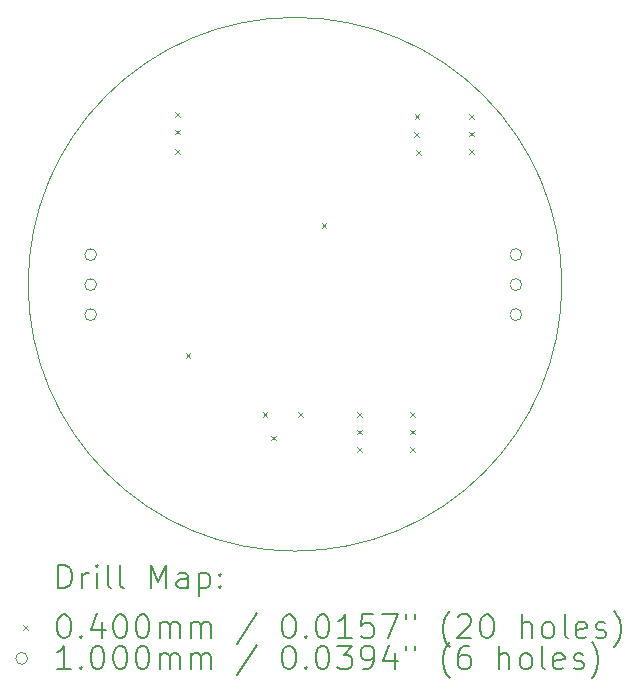
<source format=gbr>
%TF.GenerationSoftware,KiCad,Pcbnew,7.0.8*%
%TF.CreationDate,2023-12-04T02:10:05-07:00*%
%TF.ProjectId,Lit,4c69742e-6b69-4636-9164-5f7063625858,rev?*%
%TF.SameCoordinates,Original*%
%TF.FileFunction,Drillmap*%
%TF.FilePolarity,Positive*%
%FSLAX45Y45*%
G04 Gerber Fmt 4.5, Leading zero omitted, Abs format (unit mm)*
G04 Created by KiCad (PCBNEW 7.0.8) date 2023-12-04 02:10:05*
%MOMM*%
%LPD*%
G01*
G04 APERTURE LIST*
%ADD10C,0.100000*%
%ADD11C,0.200000*%
%ADD12C,0.040000*%
G04 APERTURE END LIST*
D10*
X15989348Y-9398000D02*
G75*
G03*
X15989348Y-9398000I-2259193J0D01*
G01*
D11*
D12*
X12712500Y-7940000D02*
X12752500Y-7980000D01*
X12752500Y-7940000D02*
X12712500Y-7980000D01*
X12712500Y-8090000D02*
X12752500Y-8130000D01*
X12752500Y-8090000D02*
X12712500Y-8130000D01*
X12712500Y-8255000D02*
X12752500Y-8295000D01*
X12752500Y-8255000D02*
X12712500Y-8295000D01*
X12805000Y-9980000D02*
X12845000Y-10020000D01*
X12845000Y-9980000D02*
X12805000Y-10020000D01*
X13455000Y-10480000D02*
X13495000Y-10520000D01*
X13495000Y-10480000D02*
X13455000Y-10520000D01*
X13530000Y-10680000D02*
X13570000Y-10720000D01*
X13570000Y-10680000D02*
X13530000Y-10720000D01*
X13755000Y-10480000D02*
X13795000Y-10520000D01*
X13795000Y-10480000D02*
X13755000Y-10520000D01*
X13955000Y-8880000D02*
X13995000Y-8920000D01*
X13995000Y-8880000D02*
X13955000Y-8920000D01*
X14255000Y-10480000D02*
X14295000Y-10520000D01*
X14295000Y-10480000D02*
X14255000Y-10520000D01*
X14255000Y-10630000D02*
X14295000Y-10670000D01*
X14295000Y-10630000D02*
X14255000Y-10670000D01*
X14255000Y-10780000D02*
X14295000Y-10820000D01*
X14295000Y-10780000D02*
X14255000Y-10820000D01*
X14705000Y-10480000D02*
X14745000Y-10520000D01*
X14745000Y-10480000D02*
X14705000Y-10520000D01*
X14705000Y-10630000D02*
X14745000Y-10670000D01*
X14745000Y-10630000D02*
X14705000Y-10670000D01*
X14705000Y-10780000D02*
X14745000Y-10820000D01*
X14745000Y-10780000D02*
X14705000Y-10820000D01*
X14737500Y-8112500D02*
X14777500Y-8152500D01*
X14777500Y-8112500D02*
X14737500Y-8152500D01*
X14742500Y-7957500D02*
X14782500Y-7997500D01*
X14782500Y-7957500D02*
X14742500Y-7997500D01*
X14757500Y-8265000D02*
X14797500Y-8305000D01*
X14797500Y-8265000D02*
X14757500Y-8305000D01*
X15205000Y-7955000D02*
X15245000Y-7995000D01*
X15245000Y-7955000D02*
X15205000Y-7995000D01*
X15205000Y-8105000D02*
X15245000Y-8145000D01*
X15245000Y-8105000D02*
X15205000Y-8145000D01*
X15205000Y-8255000D02*
X15245000Y-8295000D01*
X15245000Y-8255000D02*
X15205000Y-8295000D01*
D10*
X12050000Y-9147500D02*
G75*
G03*
X12050000Y-9147500I-50000J0D01*
G01*
X12050000Y-9401500D02*
G75*
G03*
X12050000Y-9401500I-50000J0D01*
G01*
X12050000Y-9655500D02*
G75*
G03*
X12050000Y-9655500I-50000J0D01*
G01*
X15650000Y-9147500D02*
G75*
G03*
X15650000Y-9147500I-50000J0D01*
G01*
X15650000Y-9401500D02*
G75*
G03*
X15650000Y-9401500I-50000J0D01*
G01*
X15650000Y-9655500D02*
G75*
G03*
X15650000Y-9655500I-50000J0D01*
G01*
D11*
X11726738Y-11973677D02*
X11726738Y-11773677D01*
X11726738Y-11773677D02*
X11774357Y-11773677D01*
X11774357Y-11773677D02*
X11802929Y-11783201D01*
X11802929Y-11783201D02*
X11821977Y-11802248D01*
X11821977Y-11802248D02*
X11831500Y-11821296D01*
X11831500Y-11821296D02*
X11841024Y-11859391D01*
X11841024Y-11859391D02*
X11841024Y-11887963D01*
X11841024Y-11887963D02*
X11831500Y-11926058D01*
X11831500Y-11926058D02*
X11821977Y-11945106D01*
X11821977Y-11945106D02*
X11802929Y-11964153D01*
X11802929Y-11964153D02*
X11774357Y-11973677D01*
X11774357Y-11973677D02*
X11726738Y-11973677D01*
X11926738Y-11973677D02*
X11926738Y-11840344D01*
X11926738Y-11878439D02*
X11936262Y-11859391D01*
X11936262Y-11859391D02*
X11945786Y-11849867D01*
X11945786Y-11849867D02*
X11964834Y-11840344D01*
X11964834Y-11840344D02*
X11983881Y-11840344D01*
X12050548Y-11973677D02*
X12050548Y-11840344D01*
X12050548Y-11773677D02*
X12041024Y-11783201D01*
X12041024Y-11783201D02*
X12050548Y-11792725D01*
X12050548Y-11792725D02*
X12060072Y-11783201D01*
X12060072Y-11783201D02*
X12050548Y-11773677D01*
X12050548Y-11773677D02*
X12050548Y-11792725D01*
X12174357Y-11973677D02*
X12155310Y-11964153D01*
X12155310Y-11964153D02*
X12145786Y-11945106D01*
X12145786Y-11945106D02*
X12145786Y-11773677D01*
X12279119Y-11973677D02*
X12260072Y-11964153D01*
X12260072Y-11964153D02*
X12250548Y-11945106D01*
X12250548Y-11945106D02*
X12250548Y-11773677D01*
X12507691Y-11973677D02*
X12507691Y-11773677D01*
X12507691Y-11773677D02*
X12574358Y-11916534D01*
X12574358Y-11916534D02*
X12641024Y-11773677D01*
X12641024Y-11773677D02*
X12641024Y-11973677D01*
X12821977Y-11973677D02*
X12821977Y-11868915D01*
X12821977Y-11868915D02*
X12812453Y-11849867D01*
X12812453Y-11849867D02*
X12793405Y-11840344D01*
X12793405Y-11840344D02*
X12755310Y-11840344D01*
X12755310Y-11840344D02*
X12736262Y-11849867D01*
X12821977Y-11964153D02*
X12802929Y-11973677D01*
X12802929Y-11973677D02*
X12755310Y-11973677D01*
X12755310Y-11973677D02*
X12736262Y-11964153D01*
X12736262Y-11964153D02*
X12726738Y-11945106D01*
X12726738Y-11945106D02*
X12726738Y-11926058D01*
X12726738Y-11926058D02*
X12736262Y-11907010D01*
X12736262Y-11907010D02*
X12755310Y-11897487D01*
X12755310Y-11897487D02*
X12802929Y-11897487D01*
X12802929Y-11897487D02*
X12821977Y-11887963D01*
X12917215Y-11840344D02*
X12917215Y-12040344D01*
X12917215Y-11849867D02*
X12936262Y-11840344D01*
X12936262Y-11840344D02*
X12974358Y-11840344D01*
X12974358Y-11840344D02*
X12993405Y-11849867D01*
X12993405Y-11849867D02*
X13002929Y-11859391D01*
X13002929Y-11859391D02*
X13012453Y-11878439D01*
X13012453Y-11878439D02*
X13012453Y-11935582D01*
X13012453Y-11935582D02*
X13002929Y-11954629D01*
X13002929Y-11954629D02*
X12993405Y-11964153D01*
X12993405Y-11964153D02*
X12974358Y-11973677D01*
X12974358Y-11973677D02*
X12936262Y-11973677D01*
X12936262Y-11973677D02*
X12917215Y-11964153D01*
X13098167Y-11954629D02*
X13107691Y-11964153D01*
X13107691Y-11964153D02*
X13098167Y-11973677D01*
X13098167Y-11973677D02*
X13088643Y-11964153D01*
X13088643Y-11964153D02*
X13098167Y-11954629D01*
X13098167Y-11954629D02*
X13098167Y-11973677D01*
X13098167Y-11849867D02*
X13107691Y-11859391D01*
X13107691Y-11859391D02*
X13098167Y-11868915D01*
X13098167Y-11868915D02*
X13088643Y-11859391D01*
X13088643Y-11859391D02*
X13098167Y-11849867D01*
X13098167Y-11849867D02*
X13098167Y-11868915D01*
D12*
X11425962Y-12282193D02*
X11465962Y-12322193D01*
X11465962Y-12282193D02*
X11425962Y-12322193D01*
D11*
X11764834Y-12193677D02*
X11783881Y-12193677D01*
X11783881Y-12193677D02*
X11802929Y-12203201D01*
X11802929Y-12203201D02*
X11812453Y-12212725D01*
X11812453Y-12212725D02*
X11821977Y-12231772D01*
X11821977Y-12231772D02*
X11831500Y-12269867D01*
X11831500Y-12269867D02*
X11831500Y-12317487D01*
X11831500Y-12317487D02*
X11821977Y-12355582D01*
X11821977Y-12355582D02*
X11812453Y-12374629D01*
X11812453Y-12374629D02*
X11802929Y-12384153D01*
X11802929Y-12384153D02*
X11783881Y-12393677D01*
X11783881Y-12393677D02*
X11764834Y-12393677D01*
X11764834Y-12393677D02*
X11745786Y-12384153D01*
X11745786Y-12384153D02*
X11736262Y-12374629D01*
X11736262Y-12374629D02*
X11726738Y-12355582D01*
X11726738Y-12355582D02*
X11717215Y-12317487D01*
X11717215Y-12317487D02*
X11717215Y-12269867D01*
X11717215Y-12269867D02*
X11726738Y-12231772D01*
X11726738Y-12231772D02*
X11736262Y-12212725D01*
X11736262Y-12212725D02*
X11745786Y-12203201D01*
X11745786Y-12203201D02*
X11764834Y-12193677D01*
X11917215Y-12374629D02*
X11926738Y-12384153D01*
X11926738Y-12384153D02*
X11917215Y-12393677D01*
X11917215Y-12393677D02*
X11907691Y-12384153D01*
X11907691Y-12384153D02*
X11917215Y-12374629D01*
X11917215Y-12374629D02*
X11917215Y-12393677D01*
X12098167Y-12260344D02*
X12098167Y-12393677D01*
X12050548Y-12184153D02*
X12002929Y-12327010D01*
X12002929Y-12327010D02*
X12126738Y-12327010D01*
X12241024Y-12193677D02*
X12260072Y-12193677D01*
X12260072Y-12193677D02*
X12279119Y-12203201D01*
X12279119Y-12203201D02*
X12288643Y-12212725D01*
X12288643Y-12212725D02*
X12298167Y-12231772D01*
X12298167Y-12231772D02*
X12307691Y-12269867D01*
X12307691Y-12269867D02*
X12307691Y-12317487D01*
X12307691Y-12317487D02*
X12298167Y-12355582D01*
X12298167Y-12355582D02*
X12288643Y-12374629D01*
X12288643Y-12374629D02*
X12279119Y-12384153D01*
X12279119Y-12384153D02*
X12260072Y-12393677D01*
X12260072Y-12393677D02*
X12241024Y-12393677D01*
X12241024Y-12393677D02*
X12221977Y-12384153D01*
X12221977Y-12384153D02*
X12212453Y-12374629D01*
X12212453Y-12374629D02*
X12202929Y-12355582D01*
X12202929Y-12355582D02*
X12193405Y-12317487D01*
X12193405Y-12317487D02*
X12193405Y-12269867D01*
X12193405Y-12269867D02*
X12202929Y-12231772D01*
X12202929Y-12231772D02*
X12212453Y-12212725D01*
X12212453Y-12212725D02*
X12221977Y-12203201D01*
X12221977Y-12203201D02*
X12241024Y-12193677D01*
X12431500Y-12193677D02*
X12450548Y-12193677D01*
X12450548Y-12193677D02*
X12469596Y-12203201D01*
X12469596Y-12203201D02*
X12479119Y-12212725D01*
X12479119Y-12212725D02*
X12488643Y-12231772D01*
X12488643Y-12231772D02*
X12498167Y-12269867D01*
X12498167Y-12269867D02*
X12498167Y-12317487D01*
X12498167Y-12317487D02*
X12488643Y-12355582D01*
X12488643Y-12355582D02*
X12479119Y-12374629D01*
X12479119Y-12374629D02*
X12469596Y-12384153D01*
X12469596Y-12384153D02*
X12450548Y-12393677D01*
X12450548Y-12393677D02*
X12431500Y-12393677D01*
X12431500Y-12393677D02*
X12412453Y-12384153D01*
X12412453Y-12384153D02*
X12402929Y-12374629D01*
X12402929Y-12374629D02*
X12393405Y-12355582D01*
X12393405Y-12355582D02*
X12383881Y-12317487D01*
X12383881Y-12317487D02*
X12383881Y-12269867D01*
X12383881Y-12269867D02*
X12393405Y-12231772D01*
X12393405Y-12231772D02*
X12402929Y-12212725D01*
X12402929Y-12212725D02*
X12412453Y-12203201D01*
X12412453Y-12203201D02*
X12431500Y-12193677D01*
X12583881Y-12393677D02*
X12583881Y-12260344D01*
X12583881Y-12279391D02*
X12593405Y-12269867D01*
X12593405Y-12269867D02*
X12612453Y-12260344D01*
X12612453Y-12260344D02*
X12641024Y-12260344D01*
X12641024Y-12260344D02*
X12660072Y-12269867D01*
X12660072Y-12269867D02*
X12669596Y-12288915D01*
X12669596Y-12288915D02*
X12669596Y-12393677D01*
X12669596Y-12288915D02*
X12679119Y-12269867D01*
X12679119Y-12269867D02*
X12698167Y-12260344D01*
X12698167Y-12260344D02*
X12726738Y-12260344D01*
X12726738Y-12260344D02*
X12745786Y-12269867D01*
X12745786Y-12269867D02*
X12755310Y-12288915D01*
X12755310Y-12288915D02*
X12755310Y-12393677D01*
X12850548Y-12393677D02*
X12850548Y-12260344D01*
X12850548Y-12279391D02*
X12860072Y-12269867D01*
X12860072Y-12269867D02*
X12879119Y-12260344D01*
X12879119Y-12260344D02*
X12907691Y-12260344D01*
X12907691Y-12260344D02*
X12926739Y-12269867D01*
X12926739Y-12269867D02*
X12936262Y-12288915D01*
X12936262Y-12288915D02*
X12936262Y-12393677D01*
X12936262Y-12288915D02*
X12945786Y-12269867D01*
X12945786Y-12269867D02*
X12964834Y-12260344D01*
X12964834Y-12260344D02*
X12993405Y-12260344D01*
X12993405Y-12260344D02*
X13012453Y-12269867D01*
X13012453Y-12269867D02*
X13021977Y-12288915D01*
X13021977Y-12288915D02*
X13021977Y-12393677D01*
X13412453Y-12184153D02*
X13241024Y-12441296D01*
X13669596Y-12193677D02*
X13688643Y-12193677D01*
X13688643Y-12193677D02*
X13707691Y-12203201D01*
X13707691Y-12203201D02*
X13717215Y-12212725D01*
X13717215Y-12212725D02*
X13726739Y-12231772D01*
X13726739Y-12231772D02*
X13736262Y-12269867D01*
X13736262Y-12269867D02*
X13736262Y-12317487D01*
X13736262Y-12317487D02*
X13726739Y-12355582D01*
X13726739Y-12355582D02*
X13717215Y-12374629D01*
X13717215Y-12374629D02*
X13707691Y-12384153D01*
X13707691Y-12384153D02*
X13688643Y-12393677D01*
X13688643Y-12393677D02*
X13669596Y-12393677D01*
X13669596Y-12393677D02*
X13650548Y-12384153D01*
X13650548Y-12384153D02*
X13641024Y-12374629D01*
X13641024Y-12374629D02*
X13631501Y-12355582D01*
X13631501Y-12355582D02*
X13621977Y-12317487D01*
X13621977Y-12317487D02*
X13621977Y-12269867D01*
X13621977Y-12269867D02*
X13631501Y-12231772D01*
X13631501Y-12231772D02*
X13641024Y-12212725D01*
X13641024Y-12212725D02*
X13650548Y-12203201D01*
X13650548Y-12203201D02*
X13669596Y-12193677D01*
X13821977Y-12374629D02*
X13831501Y-12384153D01*
X13831501Y-12384153D02*
X13821977Y-12393677D01*
X13821977Y-12393677D02*
X13812453Y-12384153D01*
X13812453Y-12384153D02*
X13821977Y-12374629D01*
X13821977Y-12374629D02*
X13821977Y-12393677D01*
X13955310Y-12193677D02*
X13974358Y-12193677D01*
X13974358Y-12193677D02*
X13993405Y-12203201D01*
X13993405Y-12203201D02*
X14002929Y-12212725D01*
X14002929Y-12212725D02*
X14012453Y-12231772D01*
X14012453Y-12231772D02*
X14021977Y-12269867D01*
X14021977Y-12269867D02*
X14021977Y-12317487D01*
X14021977Y-12317487D02*
X14012453Y-12355582D01*
X14012453Y-12355582D02*
X14002929Y-12374629D01*
X14002929Y-12374629D02*
X13993405Y-12384153D01*
X13993405Y-12384153D02*
X13974358Y-12393677D01*
X13974358Y-12393677D02*
X13955310Y-12393677D01*
X13955310Y-12393677D02*
X13936262Y-12384153D01*
X13936262Y-12384153D02*
X13926739Y-12374629D01*
X13926739Y-12374629D02*
X13917215Y-12355582D01*
X13917215Y-12355582D02*
X13907691Y-12317487D01*
X13907691Y-12317487D02*
X13907691Y-12269867D01*
X13907691Y-12269867D02*
X13917215Y-12231772D01*
X13917215Y-12231772D02*
X13926739Y-12212725D01*
X13926739Y-12212725D02*
X13936262Y-12203201D01*
X13936262Y-12203201D02*
X13955310Y-12193677D01*
X14212453Y-12393677D02*
X14098167Y-12393677D01*
X14155310Y-12393677D02*
X14155310Y-12193677D01*
X14155310Y-12193677D02*
X14136262Y-12222248D01*
X14136262Y-12222248D02*
X14117215Y-12241296D01*
X14117215Y-12241296D02*
X14098167Y-12250820D01*
X14393405Y-12193677D02*
X14298167Y-12193677D01*
X14298167Y-12193677D02*
X14288643Y-12288915D01*
X14288643Y-12288915D02*
X14298167Y-12279391D01*
X14298167Y-12279391D02*
X14317215Y-12269867D01*
X14317215Y-12269867D02*
X14364834Y-12269867D01*
X14364834Y-12269867D02*
X14383882Y-12279391D01*
X14383882Y-12279391D02*
X14393405Y-12288915D01*
X14393405Y-12288915D02*
X14402929Y-12307963D01*
X14402929Y-12307963D02*
X14402929Y-12355582D01*
X14402929Y-12355582D02*
X14393405Y-12374629D01*
X14393405Y-12374629D02*
X14383882Y-12384153D01*
X14383882Y-12384153D02*
X14364834Y-12393677D01*
X14364834Y-12393677D02*
X14317215Y-12393677D01*
X14317215Y-12393677D02*
X14298167Y-12384153D01*
X14298167Y-12384153D02*
X14288643Y-12374629D01*
X14469596Y-12193677D02*
X14602929Y-12193677D01*
X14602929Y-12193677D02*
X14517215Y-12393677D01*
X14669596Y-12193677D02*
X14669596Y-12231772D01*
X14745786Y-12193677D02*
X14745786Y-12231772D01*
X15041025Y-12469867D02*
X15031501Y-12460344D01*
X15031501Y-12460344D02*
X15012453Y-12431772D01*
X15012453Y-12431772D02*
X15002929Y-12412725D01*
X15002929Y-12412725D02*
X14993405Y-12384153D01*
X14993405Y-12384153D02*
X14983882Y-12336534D01*
X14983882Y-12336534D02*
X14983882Y-12298439D01*
X14983882Y-12298439D02*
X14993405Y-12250820D01*
X14993405Y-12250820D02*
X15002929Y-12222248D01*
X15002929Y-12222248D02*
X15012453Y-12203201D01*
X15012453Y-12203201D02*
X15031501Y-12174629D01*
X15031501Y-12174629D02*
X15041025Y-12165106D01*
X15107691Y-12212725D02*
X15117215Y-12203201D01*
X15117215Y-12203201D02*
X15136263Y-12193677D01*
X15136263Y-12193677D02*
X15183882Y-12193677D01*
X15183882Y-12193677D02*
X15202929Y-12203201D01*
X15202929Y-12203201D02*
X15212453Y-12212725D01*
X15212453Y-12212725D02*
X15221977Y-12231772D01*
X15221977Y-12231772D02*
X15221977Y-12250820D01*
X15221977Y-12250820D02*
X15212453Y-12279391D01*
X15212453Y-12279391D02*
X15098167Y-12393677D01*
X15098167Y-12393677D02*
X15221977Y-12393677D01*
X15345786Y-12193677D02*
X15364834Y-12193677D01*
X15364834Y-12193677D02*
X15383882Y-12203201D01*
X15383882Y-12203201D02*
X15393405Y-12212725D01*
X15393405Y-12212725D02*
X15402929Y-12231772D01*
X15402929Y-12231772D02*
X15412453Y-12269867D01*
X15412453Y-12269867D02*
X15412453Y-12317487D01*
X15412453Y-12317487D02*
X15402929Y-12355582D01*
X15402929Y-12355582D02*
X15393405Y-12374629D01*
X15393405Y-12374629D02*
X15383882Y-12384153D01*
X15383882Y-12384153D02*
X15364834Y-12393677D01*
X15364834Y-12393677D02*
X15345786Y-12393677D01*
X15345786Y-12393677D02*
X15326739Y-12384153D01*
X15326739Y-12384153D02*
X15317215Y-12374629D01*
X15317215Y-12374629D02*
X15307691Y-12355582D01*
X15307691Y-12355582D02*
X15298167Y-12317487D01*
X15298167Y-12317487D02*
X15298167Y-12269867D01*
X15298167Y-12269867D02*
X15307691Y-12231772D01*
X15307691Y-12231772D02*
X15317215Y-12212725D01*
X15317215Y-12212725D02*
X15326739Y-12203201D01*
X15326739Y-12203201D02*
X15345786Y-12193677D01*
X15650548Y-12393677D02*
X15650548Y-12193677D01*
X15736263Y-12393677D02*
X15736263Y-12288915D01*
X15736263Y-12288915D02*
X15726739Y-12269867D01*
X15726739Y-12269867D02*
X15707691Y-12260344D01*
X15707691Y-12260344D02*
X15679120Y-12260344D01*
X15679120Y-12260344D02*
X15660072Y-12269867D01*
X15660072Y-12269867D02*
X15650548Y-12279391D01*
X15860072Y-12393677D02*
X15841025Y-12384153D01*
X15841025Y-12384153D02*
X15831501Y-12374629D01*
X15831501Y-12374629D02*
X15821977Y-12355582D01*
X15821977Y-12355582D02*
X15821977Y-12298439D01*
X15821977Y-12298439D02*
X15831501Y-12279391D01*
X15831501Y-12279391D02*
X15841025Y-12269867D01*
X15841025Y-12269867D02*
X15860072Y-12260344D01*
X15860072Y-12260344D02*
X15888644Y-12260344D01*
X15888644Y-12260344D02*
X15907691Y-12269867D01*
X15907691Y-12269867D02*
X15917215Y-12279391D01*
X15917215Y-12279391D02*
X15926739Y-12298439D01*
X15926739Y-12298439D02*
X15926739Y-12355582D01*
X15926739Y-12355582D02*
X15917215Y-12374629D01*
X15917215Y-12374629D02*
X15907691Y-12384153D01*
X15907691Y-12384153D02*
X15888644Y-12393677D01*
X15888644Y-12393677D02*
X15860072Y-12393677D01*
X16041025Y-12393677D02*
X16021977Y-12384153D01*
X16021977Y-12384153D02*
X16012453Y-12365106D01*
X16012453Y-12365106D02*
X16012453Y-12193677D01*
X16193406Y-12384153D02*
X16174358Y-12393677D01*
X16174358Y-12393677D02*
X16136263Y-12393677D01*
X16136263Y-12393677D02*
X16117215Y-12384153D01*
X16117215Y-12384153D02*
X16107691Y-12365106D01*
X16107691Y-12365106D02*
X16107691Y-12288915D01*
X16107691Y-12288915D02*
X16117215Y-12269867D01*
X16117215Y-12269867D02*
X16136263Y-12260344D01*
X16136263Y-12260344D02*
X16174358Y-12260344D01*
X16174358Y-12260344D02*
X16193406Y-12269867D01*
X16193406Y-12269867D02*
X16202929Y-12288915D01*
X16202929Y-12288915D02*
X16202929Y-12307963D01*
X16202929Y-12307963D02*
X16107691Y-12327010D01*
X16279120Y-12384153D02*
X16298167Y-12393677D01*
X16298167Y-12393677D02*
X16336263Y-12393677D01*
X16336263Y-12393677D02*
X16355310Y-12384153D01*
X16355310Y-12384153D02*
X16364834Y-12365106D01*
X16364834Y-12365106D02*
X16364834Y-12355582D01*
X16364834Y-12355582D02*
X16355310Y-12336534D01*
X16355310Y-12336534D02*
X16336263Y-12327010D01*
X16336263Y-12327010D02*
X16307691Y-12327010D01*
X16307691Y-12327010D02*
X16288644Y-12317487D01*
X16288644Y-12317487D02*
X16279120Y-12298439D01*
X16279120Y-12298439D02*
X16279120Y-12288915D01*
X16279120Y-12288915D02*
X16288644Y-12269867D01*
X16288644Y-12269867D02*
X16307691Y-12260344D01*
X16307691Y-12260344D02*
X16336263Y-12260344D01*
X16336263Y-12260344D02*
X16355310Y-12269867D01*
X16431501Y-12469867D02*
X16441025Y-12460344D01*
X16441025Y-12460344D02*
X16460072Y-12431772D01*
X16460072Y-12431772D02*
X16469596Y-12412725D01*
X16469596Y-12412725D02*
X16479120Y-12384153D01*
X16479120Y-12384153D02*
X16488644Y-12336534D01*
X16488644Y-12336534D02*
X16488644Y-12298439D01*
X16488644Y-12298439D02*
X16479120Y-12250820D01*
X16479120Y-12250820D02*
X16469596Y-12222248D01*
X16469596Y-12222248D02*
X16460072Y-12203201D01*
X16460072Y-12203201D02*
X16441025Y-12174629D01*
X16441025Y-12174629D02*
X16431501Y-12165106D01*
D10*
X11465962Y-12566193D02*
G75*
G03*
X11465962Y-12566193I-50000J0D01*
G01*
D11*
X11831500Y-12657677D02*
X11717215Y-12657677D01*
X11774357Y-12657677D02*
X11774357Y-12457677D01*
X11774357Y-12457677D02*
X11755310Y-12486248D01*
X11755310Y-12486248D02*
X11736262Y-12505296D01*
X11736262Y-12505296D02*
X11717215Y-12514820D01*
X11917215Y-12638629D02*
X11926738Y-12648153D01*
X11926738Y-12648153D02*
X11917215Y-12657677D01*
X11917215Y-12657677D02*
X11907691Y-12648153D01*
X11907691Y-12648153D02*
X11917215Y-12638629D01*
X11917215Y-12638629D02*
X11917215Y-12657677D01*
X12050548Y-12457677D02*
X12069596Y-12457677D01*
X12069596Y-12457677D02*
X12088643Y-12467201D01*
X12088643Y-12467201D02*
X12098167Y-12476725D01*
X12098167Y-12476725D02*
X12107691Y-12495772D01*
X12107691Y-12495772D02*
X12117215Y-12533867D01*
X12117215Y-12533867D02*
X12117215Y-12581487D01*
X12117215Y-12581487D02*
X12107691Y-12619582D01*
X12107691Y-12619582D02*
X12098167Y-12638629D01*
X12098167Y-12638629D02*
X12088643Y-12648153D01*
X12088643Y-12648153D02*
X12069596Y-12657677D01*
X12069596Y-12657677D02*
X12050548Y-12657677D01*
X12050548Y-12657677D02*
X12031500Y-12648153D01*
X12031500Y-12648153D02*
X12021977Y-12638629D01*
X12021977Y-12638629D02*
X12012453Y-12619582D01*
X12012453Y-12619582D02*
X12002929Y-12581487D01*
X12002929Y-12581487D02*
X12002929Y-12533867D01*
X12002929Y-12533867D02*
X12012453Y-12495772D01*
X12012453Y-12495772D02*
X12021977Y-12476725D01*
X12021977Y-12476725D02*
X12031500Y-12467201D01*
X12031500Y-12467201D02*
X12050548Y-12457677D01*
X12241024Y-12457677D02*
X12260072Y-12457677D01*
X12260072Y-12457677D02*
X12279119Y-12467201D01*
X12279119Y-12467201D02*
X12288643Y-12476725D01*
X12288643Y-12476725D02*
X12298167Y-12495772D01*
X12298167Y-12495772D02*
X12307691Y-12533867D01*
X12307691Y-12533867D02*
X12307691Y-12581487D01*
X12307691Y-12581487D02*
X12298167Y-12619582D01*
X12298167Y-12619582D02*
X12288643Y-12638629D01*
X12288643Y-12638629D02*
X12279119Y-12648153D01*
X12279119Y-12648153D02*
X12260072Y-12657677D01*
X12260072Y-12657677D02*
X12241024Y-12657677D01*
X12241024Y-12657677D02*
X12221977Y-12648153D01*
X12221977Y-12648153D02*
X12212453Y-12638629D01*
X12212453Y-12638629D02*
X12202929Y-12619582D01*
X12202929Y-12619582D02*
X12193405Y-12581487D01*
X12193405Y-12581487D02*
X12193405Y-12533867D01*
X12193405Y-12533867D02*
X12202929Y-12495772D01*
X12202929Y-12495772D02*
X12212453Y-12476725D01*
X12212453Y-12476725D02*
X12221977Y-12467201D01*
X12221977Y-12467201D02*
X12241024Y-12457677D01*
X12431500Y-12457677D02*
X12450548Y-12457677D01*
X12450548Y-12457677D02*
X12469596Y-12467201D01*
X12469596Y-12467201D02*
X12479119Y-12476725D01*
X12479119Y-12476725D02*
X12488643Y-12495772D01*
X12488643Y-12495772D02*
X12498167Y-12533867D01*
X12498167Y-12533867D02*
X12498167Y-12581487D01*
X12498167Y-12581487D02*
X12488643Y-12619582D01*
X12488643Y-12619582D02*
X12479119Y-12638629D01*
X12479119Y-12638629D02*
X12469596Y-12648153D01*
X12469596Y-12648153D02*
X12450548Y-12657677D01*
X12450548Y-12657677D02*
X12431500Y-12657677D01*
X12431500Y-12657677D02*
X12412453Y-12648153D01*
X12412453Y-12648153D02*
X12402929Y-12638629D01*
X12402929Y-12638629D02*
X12393405Y-12619582D01*
X12393405Y-12619582D02*
X12383881Y-12581487D01*
X12383881Y-12581487D02*
X12383881Y-12533867D01*
X12383881Y-12533867D02*
X12393405Y-12495772D01*
X12393405Y-12495772D02*
X12402929Y-12476725D01*
X12402929Y-12476725D02*
X12412453Y-12467201D01*
X12412453Y-12467201D02*
X12431500Y-12457677D01*
X12583881Y-12657677D02*
X12583881Y-12524344D01*
X12583881Y-12543391D02*
X12593405Y-12533867D01*
X12593405Y-12533867D02*
X12612453Y-12524344D01*
X12612453Y-12524344D02*
X12641024Y-12524344D01*
X12641024Y-12524344D02*
X12660072Y-12533867D01*
X12660072Y-12533867D02*
X12669596Y-12552915D01*
X12669596Y-12552915D02*
X12669596Y-12657677D01*
X12669596Y-12552915D02*
X12679119Y-12533867D01*
X12679119Y-12533867D02*
X12698167Y-12524344D01*
X12698167Y-12524344D02*
X12726738Y-12524344D01*
X12726738Y-12524344D02*
X12745786Y-12533867D01*
X12745786Y-12533867D02*
X12755310Y-12552915D01*
X12755310Y-12552915D02*
X12755310Y-12657677D01*
X12850548Y-12657677D02*
X12850548Y-12524344D01*
X12850548Y-12543391D02*
X12860072Y-12533867D01*
X12860072Y-12533867D02*
X12879119Y-12524344D01*
X12879119Y-12524344D02*
X12907691Y-12524344D01*
X12907691Y-12524344D02*
X12926739Y-12533867D01*
X12926739Y-12533867D02*
X12936262Y-12552915D01*
X12936262Y-12552915D02*
X12936262Y-12657677D01*
X12936262Y-12552915D02*
X12945786Y-12533867D01*
X12945786Y-12533867D02*
X12964834Y-12524344D01*
X12964834Y-12524344D02*
X12993405Y-12524344D01*
X12993405Y-12524344D02*
X13012453Y-12533867D01*
X13012453Y-12533867D02*
X13021977Y-12552915D01*
X13021977Y-12552915D02*
X13021977Y-12657677D01*
X13412453Y-12448153D02*
X13241024Y-12705296D01*
X13669596Y-12457677D02*
X13688643Y-12457677D01*
X13688643Y-12457677D02*
X13707691Y-12467201D01*
X13707691Y-12467201D02*
X13717215Y-12476725D01*
X13717215Y-12476725D02*
X13726739Y-12495772D01*
X13726739Y-12495772D02*
X13736262Y-12533867D01*
X13736262Y-12533867D02*
X13736262Y-12581487D01*
X13736262Y-12581487D02*
X13726739Y-12619582D01*
X13726739Y-12619582D02*
X13717215Y-12638629D01*
X13717215Y-12638629D02*
X13707691Y-12648153D01*
X13707691Y-12648153D02*
X13688643Y-12657677D01*
X13688643Y-12657677D02*
X13669596Y-12657677D01*
X13669596Y-12657677D02*
X13650548Y-12648153D01*
X13650548Y-12648153D02*
X13641024Y-12638629D01*
X13641024Y-12638629D02*
X13631501Y-12619582D01*
X13631501Y-12619582D02*
X13621977Y-12581487D01*
X13621977Y-12581487D02*
X13621977Y-12533867D01*
X13621977Y-12533867D02*
X13631501Y-12495772D01*
X13631501Y-12495772D02*
X13641024Y-12476725D01*
X13641024Y-12476725D02*
X13650548Y-12467201D01*
X13650548Y-12467201D02*
X13669596Y-12457677D01*
X13821977Y-12638629D02*
X13831501Y-12648153D01*
X13831501Y-12648153D02*
X13821977Y-12657677D01*
X13821977Y-12657677D02*
X13812453Y-12648153D01*
X13812453Y-12648153D02*
X13821977Y-12638629D01*
X13821977Y-12638629D02*
X13821977Y-12657677D01*
X13955310Y-12457677D02*
X13974358Y-12457677D01*
X13974358Y-12457677D02*
X13993405Y-12467201D01*
X13993405Y-12467201D02*
X14002929Y-12476725D01*
X14002929Y-12476725D02*
X14012453Y-12495772D01*
X14012453Y-12495772D02*
X14021977Y-12533867D01*
X14021977Y-12533867D02*
X14021977Y-12581487D01*
X14021977Y-12581487D02*
X14012453Y-12619582D01*
X14012453Y-12619582D02*
X14002929Y-12638629D01*
X14002929Y-12638629D02*
X13993405Y-12648153D01*
X13993405Y-12648153D02*
X13974358Y-12657677D01*
X13974358Y-12657677D02*
X13955310Y-12657677D01*
X13955310Y-12657677D02*
X13936262Y-12648153D01*
X13936262Y-12648153D02*
X13926739Y-12638629D01*
X13926739Y-12638629D02*
X13917215Y-12619582D01*
X13917215Y-12619582D02*
X13907691Y-12581487D01*
X13907691Y-12581487D02*
X13907691Y-12533867D01*
X13907691Y-12533867D02*
X13917215Y-12495772D01*
X13917215Y-12495772D02*
X13926739Y-12476725D01*
X13926739Y-12476725D02*
X13936262Y-12467201D01*
X13936262Y-12467201D02*
X13955310Y-12457677D01*
X14088643Y-12457677D02*
X14212453Y-12457677D01*
X14212453Y-12457677D02*
X14145786Y-12533867D01*
X14145786Y-12533867D02*
X14174358Y-12533867D01*
X14174358Y-12533867D02*
X14193405Y-12543391D01*
X14193405Y-12543391D02*
X14202929Y-12552915D01*
X14202929Y-12552915D02*
X14212453Y-12571963D01*
X14212453Y-12571963D02*
X14212453Y-12619582D01*
X14212453Y-12619582D02*
X14202929Y-12638629D01*
X14202929Y-12638629D02*
X14193405Y-12648153D01*
X14193405Y-12648153D02*
X14174358Y-12657677D01*
X14174358Y-12657677D02*
X14117215Y-12657677D01*
X14117215Y-12657677D02*
X14098167Y-12648153D01*
X14098167Y-12648153D02*
X14088643Y-12638629D01*
X14307691Y-12657677D02*
X14345786Y-12657677D01*
X14345786Y-12657677D02*
X14364834Y-12648153D01*
X14364834Y-12648153D02*
X14374358Y-12638629D01*
X14374358Y-12638629D02*
X14393405Y-12610058D01*
X14393405Y-12610058D02*
X14402929Y-12571963D01*
X14402929Y-12571963D02*
X14402929Y-12495772D01*
X14402929Y-12495772D02*
X14393405Y-12476725D01*
X14393405Y-12476725D02*
X14383882Y-12467201D01*
X14383882Y-12467201D02*
X14364834Y-12457677D01*
X14364834Y-12457677D02*
X14326739Y-12457677D01*
X14326739Y-12457677D02*
X14307691Y-12467201D01*
X14307691Y-12467201D02*
X14298167Y-12476725D01*
X14298167Y-12476725D02*
X14288643Y-12495772D01*
X14288643Y-12495772D02*
X14288643Y-12543391D01*
X14288643Y-12543391D02*
X14298167Y-12562439D01*
X14298167Y-12562439D02*
X14307691Y-12571963D01*
X14307691Y-12571963D02*
X14326739Y-12581487D01*
X14326739Y-12581487D02*
X14364834Y-12581487D01*
X14364834Y-12581487D02*
X14383882Y-12571963D01*
X14383882Y-12571963D02*
X14393405Y-12562439D01*
X14393405Y-12562439D02*
X14402929Y-12543391D01*
X14574358Y-12524344D02*
X14574358Y-12657677D01*
X14526739Y-12448153D02*
X14479120Y-12591010D01*
X14479120Y-12591010D02*
X14602929Y-12591010D01*
X14669596Y-12457677D02*
X14669596Y-12495772D01*
X14745786Y-12457677D02*
X14745786Y-12495772D01*
X15041025Y-12733867D02*
X15031501Y-12724344D01*
X15031501Y-12724344D02*
X15012453Y-12695772D01*
X15012453Y-12695772D02*
X15002929Y-12676725D01*
X15002929Y-12676725D02*
X14993405Y-12648153D01*
X14993405Y-12648153D02*
X14983882Y-12600534D01*
X14983882Y-12600534D02*
X14983882Y-12562439D01*
X14983882Y-12562439D02*
X14993405Y-12514820D01*
X14993405Y-12514820D02*
X15002929Y-12486248D01*
X15002929Y-12486248D02*
X15012453Y-12467201D01*
X15012453Y-12467201D02*
X15031501Y-12438629D01*
X15031501Y-12438629D02*
X15041025Y-12429106D01*
X15202929Y-12457677D02*
X15164834Y-12457677D01*
X15164834Y-12457677D02*
X15145786Y-12467201D01*
X15145786Y-12467201D02*
X15136263Y-12476725D01*
X15136263Y-12476725D02*
X15117215Y-12505296D01*
X15117215Y-12505296D02*
X15107691Y-12543391D01*
X15107691Y-12543391D02*
X15107691Y-12619582D01*
X15107691Y-12619582D02*
X15117215Y-12638629D01*
X15117215Y-12638629D02*
X15126739Y-12648153D01*
X15126739Y-12648153D02*
X15145786Y-12657677D01*
X15145786Y-12657677D02*
X15183882Y-12657677D01*
X15183882Y-12657677D02*
X15202929Y-12648153D01*
X15202929Y-12648153D02*
X15212453Y-12638629D01*
X15212453Y-12638629D02*
X15221977Y-12619582D01*
X15221977Y-12619582D02*
X15221977Y-12571963D01*
X15221977Y-12571963D02*
X15212453Y-12552915D01*
X15212453Y-12552915D02*
X15202929Y-12543391D01*
X15202929Y-12543391D02*
X15183882Y-12533867D01*
X15183882Y-12533867D02*
X15145786Y-12533867D01*
X15145786Y-12533867D02*
X15126739Y-12543391D01*
X15126739Y-12543391D02*
X15117215Y-12552915D01*
X15117215Y-12552915D02*
X15107691Y-12571963D01*
X15460072Y-12657677D02*
X15460072Y-12457677D01*
X15545786Y-12657677D02*
X15545786Y-12552915D01*
X15545786Y-12552915D02*
X15536263Y-12533867D01*
X15536263Y-12533867D02*
X15517215Y-12524344D01*
X15517215Y-12524344D02*
X15488644Y-12524344D01*
X15488644Y-12524344D02*
X15469596Y-12533867D01*
X15469596Y-12533867D02*
X15460072Y-12543391D01*
X15669596Y-12657677D02*
X15650548Y-12648153D01*
X15650548Y-12648153D02*
X15641025Y-12638629D01*
X15641025Y-12638629D02*
X15631501Y-12619582D01*
X15631501Y-12619582D02*
X15631501Y-12562439D01*
X15631501Y-12562439D02*
X15641025Y-12543391D01*
X15641025Y-12543391D02*
X15650548Y-12533867D01*
X15650548Y-12533867D02*
X15669596Y-12524344D01*
X15669596Y-12524344D02*
X15698167Y-12524344D01*
X15698167Y-12524344D02*
X15717215Y-12533867D01*
X15717215Y-12533867D02*
X15726739Y-12543391D01*
X15726739Y-12543391D02*
X15736263Y-12562439D01*
X15736263Y-12562439D02*
X15736263Y-12619582D01*
X15736263Y-12619582D02*
X15726739Y-12638629D01*
X15726739Y-12638629D02*
X15717215Y-12648153D01*
X15717215Y-12648153D02*
X15698167Y-12657677D01*
X15698167Y-12657677D02*
X15669596Y-12657677D01*
X15850548Y-12657677D02*
X15831501Y-12648153D01*
X15831501Y-12648153D02*
X15821977Y-12629106D01*
X15821977Y-12629106D02*
X15821977Y-12457677D01*
X16002929Y-12648153D02*
X15983882Y-12657677D01*
X15983882Y-12657677D02*
X15945786Y-12657677D01*
X15945786Y-12657677D02*
X15926739Y-12648153D01*
X15926739Y-12648153D02*
X15917215Y-12629106D01*
X15917215Y-12629106D02*
X15917215Y-12552915D01*
X15917215Y-12552915D02*
X15926739Y-12533867D01*
X15926739Y-12533867D02*
X15945786Y-12524344D01*
X15945786Y-12524344D02*
X15983882Y-12524344D01*
X15983882Y-12524344D02*
X16002929Y-12533867D01*
X16002929Y-12533867D02*
X16012453Y-12552915D01*
X16012453Y-12552915D02*
X16012453Y-12571963D01*
X16012453Y-12571963D02*
X15917215Y-12591010D01*
X16088644Y-12648153D02*
X16107691Y-12657677D01*
X16107691Y-12657677D02*
X16145786Y-12657677D01*
X16145786Y-12657677D02*
X16164834Y-12648153D01*
X16164834Y-12648153D02*
X16174358Y-12629106D01*
X16174358Y-12629106D02*
X16174358Y-12619582D01*
X16174358Y-12619582D02*
X16164834Y-12600534D01*
X16164834Y-12600534D02*
X16145786Y-12591010D01*
X16145786Y-12591010D02*
X16117215Y-12591010D01*
X16117215Y-12591010D02*
X16098167Y-12581487D01*
X16098167Y-12581487D02*
X16088644Y-12562439D01*
X16088644Y-12562439D02*
X16088644Y-12552915D01*
X16088644Y-12552915D02*
X16098167Y-12533867D01*
X16098167Y-12533867D02*
X16117215Y-12524344D01*
X16117215Y-12524344D02*
X16145786Y-12524344D01*
X16145786Y-12524344D02*
X16164834Y-12533867D01*
X16241025Y-12733867D02*
X16250548Y-12724344D01*
X16250548Y-12724344D02*
X16269596Y-12695772D01*
X16269596Y-12695772D02*
X16279120Y-12676725D01*
X16279120Y-12676725D02*
X16288644Y-12648153D01*
X16288644Y-12648153D02*
X16298167Y-12600534D01*
X16298167Y-12600534D02*
X16298167Y-12562439D01*
X16298167Y-12562439D02*
X16288644Y-12514820D01*
X16288644Y-12514820D02*
X16279120Y-12486248D01*
X16279120Y-12486248D02*
X16269596Y-12467201D01*
X16269596Y-12467201D02*
X16250548Y-12438629D01*
X16250548Y-12438629D02*
X16241025Y-12429106D01*
M02*

</source>
